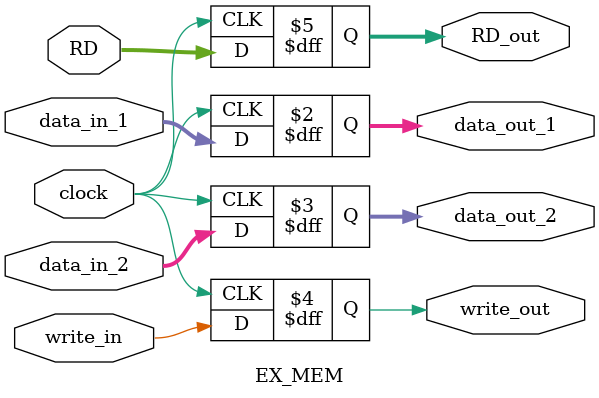
<source format=v>
module EX_MEM ( 
	input wire clock,
	input wire [31:0] data_in_1,
	input wire [31:0] data_in_2,
	input wire [4:0] RD,
	input wire write_in,
	output reg [31:0] data_out_1,
	output reg [31:0] data_out_2,
	output reg write_out,
	output reg [4:0] RD_out);
	
always @(posedge clock) begin
	data_out_1 <= data_in_1;
	data_out_2 <= data_in_2;
	RD_out <= RD;
	write_out <= write_in;

end
endmodule
</source>
